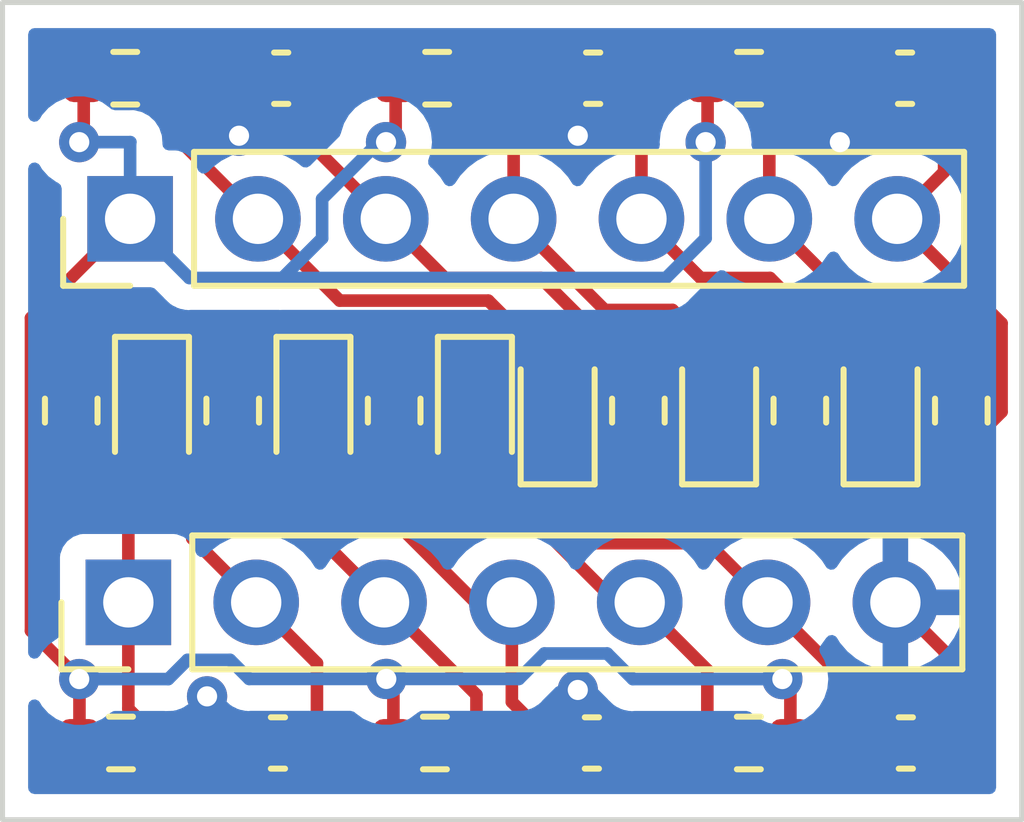
<source format=kicad_pcb>
(kicad_pcb (version 20211014) (generator pcbnew)
  (layers (0 "F.Cu" signal) (31 "B.Cu" signal) (34 "B.Paste" user) (35 "F.Paste" user) (36 "B.SilkS" user "B.Silkscreen") (37 "F.SilkS" user "F.Silkscreen") (38 "B.Mask" user) (39 "F.Mask" user) (44 "Edge.Cuts" user))
  (net 0 "")
  (net 1 "GND")
  (net 2 "VCC")
  (net 3 "/Q1")
  (net 4 "/Q2")
  (net 5 "/Q3")
  (net 6 "/Q4")
  (net 7 "/Q5")
  (net 8 "/Q6")
  (net 9 "/I1")
  (net 10 "/I2")
  (net 11 "/I3")
  (net 12 "/I4")
  (net 13 "/I5")
  (net 14 "/I6")
  (footprint "Diode_SMD:D_0603_1608Metric" (layer "F.Cu") (at 134.28595 107.93 90)
    (fp_text reference "D6" hide)
    (fp_text value "1n4148" hide)
    (fp_line (start -1.485 0.735) (end 0.8 0.735) (layer "F.SilkS") (width 0.12))
    (fp_line (start -1.485 -0.735) (end -1.485 0.735) (layer "F.SilkS") (width 0.12))
    (fp_line (start 0.8 -0.735) (end -1.485 -0.735) (layer "F.SilkS") (width 0.12))
    (pad "1" smd roundrect (at -0.7875 0 90) (size 0.875 0.95) (layers "F.Cu" "F.Paste" "F.Mask") (net 8 "/Q6"))
    (pad "2" smd roundrect (at 0.7875 0 90) (size 0.875 0.95) (layers "F.Cu" "F.Paste" "F.Mask") (net 14 "/I6"))
  )
  (footprint "Resistor_SMD:R_0603_1608Metric" (layer "F.Cu") (at 119.193648 114.554)
    (fp_text reference "R1" hide)
    (fp_text value "82K" hide)
    (fp_line (start -0.237258 -0.5225) (end 0.237258 -0.5225) (layer "F.SilkS") (width 0.12))
    (fp_line (start -0.237258 0.5225) (end 0.237258 0.5225) (layer "F.SilkS") (width 0.12))
    (pad "1" smd roundrect (at -0.825 0) (size 0.8 0.95) (layers "F.Cu" "F.Paste" "F.Mask") (net 2 "VCC"))
    (pad "2" smd roundrect (at 0.825 0) (size 0.8 0.95) (layers "F.Cu" "F.Paste" "F.Mask") (net 9 "/I1"))
  )
  (footprint "Diode_SMD:D_0603_1608Metric" (layer "F.Cu") (at 131.07786 107.93 90)
    (fp_text reference "D5" hide)
    (fp_text value "1n4148" hide)
    (fp_line (start -1.485 0.735) (end 0.8 0.735) (layer "F.SilkS") (width 0.12))
    (fp_line (start 0.8 -0.735) (end -1.485 -0.735) (layer "F.SilkS") (width 0.12))
    (fp_line (start -1.485 -0.735) (end -1.485 0.735) (layer "F.SilkS") (width 0.12))
    (pad "1" smd roundrect (at -0.7875 0 90) (size 0.875 0.95) (layers "F.Cu" "F.Paste" "F.Mask") (net 7 "/Q5"))
    (pad "2" smd roundrect (at 0.7875 0 90) (size 0.875 0.95) (layers "F.Cu" "F.Paste" "F.Mask") (net 13 "/I5"))
  )
  (footprint "Resistor_SMD:R_0603_1608Metric" (layer "F.Cu") (at 129.473815 107.95 90)
    (fp_text reference "R8" hide)
    (fp_text value "18K" hide)
    (fp_line (start -0.237258 -0.5225) (end 0.237258 -0.5225) (layer "F.SilkS") (width 0.12))
    (fp_line (start -0.237258 0.5225) (end 0.237258 0.5225) (layer "F.SilkS") (width 0.12))
    (pad "1" smd roundrect (at -0.825 0 90) (size 0.8 0.95) (layers "F.Cu" "F.Paste" "F.Mask") (net 6 "/Q4"))
    (pad "2" smd roundrect (at 0.825 0 90) (size 0.8 0.95) (layers "F.Cu" "F.Paste" "F.Mask") (net 12 "/I4"))
  )
  (footprint "Diode_SMD:D_0603_1608Metric" (layer "F.Cu") (at 127.86977 107.93 90)
    (fp_text reference "D4" hide)
    (fp_text value "1n4148" hide)
    (fp_line (start 0.8 -0.735) (end -1.485 -0.735) (layer "F.SilkS") (width 0.12))
    (fp_line (start -1.485 0.735) (end 0.8 0.735) (layer "F.SilkS") (width 0.12))
    (fp_line (start -1.485 -0.735) (end -1.485 0.735) (layer "F.SilkS") (width 0.12))
    (pad "1" smd roundrect (at -0.7875 0 90) (size 0.875 0.95) (layers "F.Cu" "F.Paste" "F.Mask") (net 6 "/Q4"))
    (pad "2" smd roundrect (at 0.7875 0 90) (size 0.875 0.95) (layers "F.Cu" "F.Paste" "F.Mask") (net 12 "/I4"))
  )
  (footprint "Diode_SMD:D_0603_1608Metric" (layer "F.Cu") (at 126.225725 107.97 -90)
    (fp_text reference "D3" hide)
    (fp_text value "1n4148" hide)
    (fp_line (start -1.485 -0.735) (end -1.485 0.735) (layer "F.SilkS") (width 0.12))
    (fp_line (start 0.8 -0.735) (end -1.485 -0.735) (layer "F.SilkS") (width 0.12))
    (fp_line (start -1.485 0.735) (end 0.8 0.735) (layer "F.SilkS") (width 0.12))
    (pad "1" smd roundrect (at -0.7875 0 270) (size 0.875 0.95) (layers "F.Cu" "F.Paste" "F.Mask") (net 5 "/Q3"))
    (pad "2" smd roundrect (at 0.7875 0 270) (size 0.875 0.95) (layers "F.Cu" "F.Paste" "F.Mask") (net 11 "/I3"))
  )
  (footprint "Resistor_SMD:R_0603_1608Metric" (layer "F.Cu") (at 135.89 107.95 90)
    (fp_text reference "R12" hide)
    (fp_text value "18K" hide)
    (fp_line (start -0.237258 -0.5225) (end 0.237258 -0.5225) (layer "F.SilkS") (width 0.12))
    (fp_line (start -0.237258 0.5225) (end 0.237258 0.5225) (layer "F.SilkS") (width 0.12))
    (pad "1" smd roundrect (at -0.825 0 90) (size 0.8 0.95) (layers "F.Cu" "F.Paste" "F.Mask") (net 8 "/Q6"))
    (pad "2" smd roundrect (at 0.825 0 90) (size 0.8 0.95) (layers "F.Cu" "F.Paste" "F.Mask") (net 14 "/I6"))
  )
  (footprint "Capacitor_SMD:C_0603_1608Metric" (layer "F.Cu") (at 134.787568 114.554)
    (fp_text reference "C3" hide)
    (fp_text value "1uF" hide)
    (fp_line (start -0.14058 0.51) (end 0.14058 0.51) (layer "F.SilkS") (width 0.12))
    (fp_line (start -0.14058 -0.51) (end 0.14058 -0.51) (layer "F.SilkS") (width 0.12))
    (pad "1" smd roundrect (at -0.775 0) (size 0.9 0.95) (layers "F.Cu" "F.Paste" "F.Mask") (net 5 "/Q3"))
    (pad "2" smd roundrect (at 0.775 0) (size 0.9 0.95) (layers "F.Cu" "F.Paste" "F.Mask") (net 1 "GND"))
  )
  (footprint "Resistor_SMD:R_0603_1608Metric" (layer "F.Cu") (at 131.668784 114.554 180)
    (fp_text reference "R5" hide)
    (fp_text value "82K" hide)
    (fp_line (start -0.237258 -0.5225) (end 0.237258 -0.5225) (layer "F.SilkS") (width 0.12))
    (fp_line (start -0.237258 0.5225) (end 0.237258 0.5225) (layer "F.SilkS") (width 0.12))
    (pad "1" smd roundrect (at -0.825 0 180) (size 0.8 0.95) (layers "F.Cu" "F.Paste" "F.Mask") (net 2 "VCC"))
    (pad "2" smd roundrect (at 0.825 0 180) (size 0.8 0.95) (layers "F.Cu" "F.Paste" "F.Mask") (net 11 "/I3"))
  )
  (footprint "Resistor_SMD:R_0603_1608Metric" (layer "F.Cu") (at 124.62168 107.95 -90)
    (fp_text reference "R6" hide)
    (fp_text value "18K" hide)
    (fp_line (start -0.237258 -0.5225) (end 0.237258 -0.5225) (layer "F.SilkS") (width 0.12))
    (fp_line (start -0.237258 0.5225) (end 0.237258 0.5225) (layer "F.SilkS") (width 0.12))
    (pad "1" smd roundrect (at -0.825 0 270) (size 0.8 0.95) (layers "F.Cu" "F.Paste" "F.Mask") (net 5 "/Q3"))
    (pad "2" smd roundrect (at 0.825 0 270) (size 0.8 0.95) (layers "F.Cu" "F.Paste" "F.Mask") (net 11 "/I3"))
  )
  (footprint "Capacitor_SMD:C_0603_1608Metric" (layer "F.Cu") (at 122.3772 101.346 180)
    (fp_text reference "C4" hide)
    (fp_text value "1uF" hide)
    (fp_line (start -0.14058 -0.51) (end 0.14058 -0.51) (layer "F.SilkS") (width 0.12))
    (fp_line (start -0.14058 0.51) (end 0.14058 0.51) (layer "F.SilkS") (width 0.12))
    (pad "1" smd roundrect (at -0.775 0 180) (size 0.9 0.95) (layers "F.Cu" "F.Paste" "F.Mask") (net 6 "/Q4"))
    (pad "2" smd roundrect (at 0.775 0 180) (size 0.9 0.95) (layers "F.Cu" "F.Paste" "F.Mask") (net 1 "GND"))
  )
  (footprint "Capacitor_SMD:C_0603_1608Metric" (layer "F.Cu") (at 122.312432 114.554 180)
    (fp_text reference "C1" hide)
    (fp_text value "1uF" hide)
    (fp_line (start -0.14058 -0.51) (end 0.14058 -0.51) (layer "F.SilkS") (width 0.12))
    (fp_line (start -0.14058 0.51) (end 0.14058 0.51) (layer "F.SilkS") (width 0.12))
    (pad "1" smd roundrect (at -0.775 0 180) (size 0.9 0.95) (layers "F.Cu" "F.Paste" "F.Mask") (net 3 "/Q1"))
    (pad "2" smd roundrect (at 0.775 0 180) (size 0.9 0.95) (layers "F.Cu" "F.Paste" "F.Mask") (net 1 "GND"))
  )
  (footprint "Connector_PinHeader_2.54mm:PinHeader_1x07_P2.54mm_Vertical" (layer "F.Cu") (at 119.34 111.76 90)
    (fp_text reference "J2" hide)
    (fp_text value "Conn_01x07_Male" hide)
    (fp_line (start -1.33 16.57) (end 1.33 16.57) (layer "F.SilkS") (width 0.12))
    (fp_line (start -1.33 1.27) (end 1.33 1.27) (layer "F.SilkS") (width 0.12))
    (fp_line (start 1.33 1.27) (end 1.33 16.57) (layer "F.SilkS") (width 0.12))
    (fp_line (start -1.33 1.27) (end -1.33 16.57) (layer "F.SilkS") (width 0.12))
    (fp_line (start -1.33 0) (end -1.33 -1.33) (layer "F.SilkS") (width 0.12))
    (fp_line (start -1.33 -1.33) (end 0 -1.33) (layer "F.SilkS") (width 0.12))
    (pad "1" thru_hole rect (at 0 0 90) (size 1.7 1.7) (drill 1) (layers *.Cu *.Mask) (net 9 "/I1"))
    (pad "2" thru_hole oval (at 0 2.54 90) (size 1.7 1.7) (drill 1) (layers *.Cu *.Mask) (net 3 "/Q1"))
    (pad "3" thru_hole oval (at 0 5.08 90) (size 1.7 1.7) (drill 1) (layers *.Cu *.Mask) (net 10 "/I2"))
    (pad "4" thru_hole oval (at 0 7.62 90) (size 1.7 1.7) (drill 1) (layers *.Cu *.Mask) (net 4 "/Q2"))
    (pad "5" thru_hole oval (at 0 10.16 90) (size 1.7 1.7) (drill 1) (layers *.Cu *.Mask) (net 11 "/I3"))
    (pad "6" thru_hole oval (at 0 12.7 90) (size 1.7 1.7) (drill 1) (layers *.Cu *.Mask) (net 5 "/Q3"))
    (pad "7" thru_hole oval (at 0 15.24 90) (size 1.7 1.7) (drill 1) (layers *.Cu *.Mask) (net 1 "GND"))
  )
  (footprint "Connector_PinHeader_2.54mm:PinHeader_1x07_P2.54mm_Vertical" (layer "F.Cu") (at 119.375 104.14 90)
    (fp_text reference "J1" hide)
    (fp_text value "Conn_01x07_Male" hide)
    (fp_line (start -1.33 0) (end -1.33 -1.33) (layer "F.SilkS") (width 0.12))
    (fp_line (start -1.33 -1.33) (end 0 -1.33) (layer "F.SilkS") (width 0.12))
    (fp_line (start -1.33 16.57) (end 1.33 16.57) (layer "F.SilkS") (width 0.12))
    (fp_line (start -1.33 1.27) (end 1.33 1.27) (layer "F.SilkS") (width 0.12))
    (fp_line (start 1.33 1.27) (end 1.33 16.57) (layer "F.SilkS") (width 0.12))
    (fp_line (start -1.33 1.27) (end -1.33 16.57) (layer "F.SilkS") (width 0.12))
    (pad "1" thru_hole rect (at 0 0 90) (size 1.7 1.7) (drill 1) (layers *.Cu *.Mask) (net 2 "VCC"))
    (pad "2" thru_hole oval (at 0 2.54 90) (size 1.7 1.7) (drill 1) (layers *.Cu *.Mask) (net 12 "/I4"))
    (pad "3" thru_hole oval (at 0 5.08 90) (size 1.7 1.7) (drill 1) (layers *.Cu *.Mask) (net 6 "/Q4"))
    (pad "4" thru_hole oval (at 0 7.62 90) (size 1.7 1.7) (drill 1) (layers *.Cu *.Mask) (net 13 "/I5"))
    (pad "5" thru_hole oval (at 0 10.16 90) (size 1.7 1.7) (drill 1) (layers *.Cu *.Mask) (net 7 "/Q5"))
    (pad "6" thru_hole oval (at 0 12.7 90) (size 1.7 1.7) (drill 1) (layers *.Cu *.Mask) (net 14 "/I6"))
    (pad "7" thru_hole oval (at 0 15.24 90) (size 1.7 1.7) (drill 1) (layers *.Cu *.Mask) (net 8 "/Q6"))
  )
  (footprint "Resistor_SMD:R_0603_1608Metric" (layer "F.Cu") (at 132.681905 107.95 90)
    (fp_text reference "R10" hide)
    (fp_text value "18K" hide)
    (fp_line (start -0.237258 0.5225) (end 0.237258 0.5225) (layer "F.SilkS") (width 0.12))
    (fp_line (start -0.237258 -0.5225) (end 0.237258 -0.5225) (layer "F.SilkS") (width 0.12))
    (pad "1" smd roundrect (at -0.825 0 90) (size 0.8 0.95) (layers "F.Cu" "F.Paste" "F.Mask") (net 7 "/Q5"))
    (pad "2" smd roundrect (at 0.825 0 90) (size 0.8 0.95) (layers "F.Cu" "F.Paste" "F.Mask") (net 13 "/I5"))
  )
  (footprint "Capacitor_SMD:C_0603_1608Metric" (layer "F.Cu") (at 128.55 114.554)
    (fp_text reference "C2" hide)
    (fp_text value "1uF" hide)
    (fp_line (start -0.14058 0.51) (end 0.14058 0.51) (layer "F.SilkS") (width 0.12))
    (fp_line (start -0.14058 -0.51) (end 0.14058 -0.51) (layer "F.SilkS") (width 0.12))
    (pad "1" smd roundrect (at -0.775 0) (size 0.9 0.95) (layers "F.Cu" "F.Paste" "F.Mask") (net 4 "/Q2"))
    (pad "2" smd roundrect (at 0.775 0) (size 0.9 0.95) (layers "F.Cu" "F.Paste" "F.Mask") (net 1 "GND"))
  )
  (footprint "Resistor_SMD:R_0603_1608Metric" (layer "F.Cu") (at 131.6736 101.346)
    (fp_text reference "R11" hide)
    (fp_text value "82K" hide)
    (fp_line (start -0.237258 -0.5225) (end 0.237258 -0.5225) (layer "F.SilkS") (width 0.12))
    (fp_line (start -0.237258 0.5225) (end 0.237258 0.5225) (layer "F.SilkS") (width 0.12))
    (pad "1" smd roundrect (at -0.825 0) (size 0.8 0.95) (layers "F.Cu" "F.Paste" "F.Mask") (net 2 "VCC"))
    (pad "2" smd roundrect (at 0.825 0) (size 0.8 0.95) (layers "F.Cu" "F.Paste" "F.Mask") (net 14 "/I6"))
  )
  (footprint "Diode_SMD:D_0603_1608Metric" (layer "F.Cu") (at 123.017635 107.97 -90)
    (fp_text reference "D2" hide)
    (fp_text value "1n4148" hide)
    (fp_line (start 0.8 -0.735) (end -1.485 -0.735) (layer "F.SilkS") (width 0.12))
    (fp_line (start -1.485 0.735) (end 0.8 0.735) (layer "F.SilkS") (width 0.12))
    (fp_line (start -1.485 -0.735) (end -1.485 0.735) (layer "F.SilkS") (width 0.12))
    (pad "1" smd roundrect (at -0.7875 0 270) (size 0.875 0.95) (layers "F.Cu" "F.Paste" "F.Mask") (net 4 "/Q2"))
    (pad "2" smd roundrect (at 0.7875 0 270) (size 0.875 0.95) (layers "F.Cu" "F.Paste" "F.Mask") (net 10 "/I2"))
  )
  (footprint "Capacitor_SMD:C_0603_1608Metric" (layer "F.Cu") (at 134.7724 101.346 180)
    (fp_text reference "C6" hide)
    (fp_text value "1uF" hide)
    (fp_line (start -0.14058 0.51) (end 0.14058 0.51) (layer "F.SilkS") (width 0.12))
    (fp_line (start -0.14058 -0.51) (end 0.14058 -0.51) (layer "F.SilkS") (width 0.12))
    (pad "1" smd roundrect (at -0.775 0 180) (size 0.9 0.95) (layers "F.Cu" "F.Paste" "F.Mask") (net 8 "/Q6"))
    (pad "2" smd roundrect (at 0.775 0 180) (size 0.9 0.95) (layers "F.Cu" "F.Paste" "F.Mask") (net 1 "GND"))
  )
  (footprint "Resistor_SMD:R_0603_1608Metric" (layer "F.Cu") (at 121.41359 107.95 -90)
    (fp_text reference "R4" hide)
    (fp_text value "18K" hide)
    (fp_line (start -0.237258 -0.5225) (end 0.237258 -0.5225) (layer "F.SilkS") (width 0.12))
    (fp_line (start -0.237258 0.5225) (end 0.237258 0.5225) (layer "F.SilkS") (width 0.12))
    (pad "1" smd roundrect (at -0.825 0 270) (size 0.8 0.95) (layers "F.Cu" "F.Paste" "F.Mask") (net 4 "/Q2"))
    (pad "2" smd roundrect (at 0.825 0 270) (size 0.8 0.95) (layers "F.Cu" "F.Paste" "F.Mask") (net 10 "/I2"))
  )
  (footprint "Resistor_SMD:R_0603_1608Metric" (layer "F.Cu") (at 125.476 101.346)
    (fp_text reference "R9" hide)
    (fp_text value "82K" hide)
    (fp_line (start -0.237258 -0.5225) (end 0.237258 -0.5225) (layer "F.SilkS") (width 0.12))
    (fp_line (start -0.237258 0.5225) (end 0.237258 0.5225) (layer "F.SilkS") (width 0.12))
    (pad "1" smd roundrect (at -0.825 0) (size 0.8 0.95) (layers "F.Cu" "F.Paste" "F.Mask") (net 2 "VCC"))
    (pad "2" smd roundrect (at 0.825 0) (size 0.8 0.95) (layers "F.Cu" "F.Paste" "F.Mask") (net 13 "/I5"))
  )
  (footprint "Resistor_SMD:R_0603_1608Metric" (layer "F.Cu") (at 125.431216 114.554)
    (fp_text reference "R3" hide)
    (fp_text value "82K" hide)
    (fp_line (start -0.237258 -0.5225) (end 0.237258 -0.5225) (layer "F.SilkS") (width 0.12))
    (fp_line (start -0.237258 0.5225) (end 0.237258 0.5225) (layer "F.SilkS") (width 0.12))
    (pad "1" smd roundrect (at -0.825 0) (size 0.8 0.95) (layers "F.Cu" "F.Paste" "F.Mask") (net 2 "VCC"))
    (pad "2" smd roundrect (at 0.825 0) (size 0.8 0.95) (layers "F.Cu" "F.Paste" "F.Mask") (net 10 "/I2"))
  )
  (footprint "Resistor_SMD:R_0603_1608Metric" (layer "F.Cu") (at 118.2055 107.95 -90)
    (fp_text reference "R2" hide)
    (fp_text value "18K" hide)
    (fp_line (start -0.237258 -0.5225) (end 0.237258 -0.5225) (layer "F.SilkS") (width 0.12))
    (fp_line (start -0.237258 0.5225) (end 0.237258 0.5225) (layer "F.SilkS") (width 0.12))
    (pad "1" smd roundrect (at -0.825 0 270) (size 0.8 0.95) (layers "F.Cu" "F.Paste" "F.Mask") (net 3 "/Q1"))
    (pad "2" smd roundrect (at 0.825 0 270) (size 0.8 0.95) (layers "F.Cu" "F.Paste" "F.Mask") (net 9 "/I1"))
  )
  (footprint "Capacitor_SMD:C_0603_1608Metric" (layer "F.Cu") (at 128.5748 101.346 180)
    (fp_text reference "C5" hide)
    (fp_text value "1uF" hide)
    (fp_line (start -0.14058 -0.51) (end 0.14058 -0.51) (layer "F.SilkS") (width 0.12))
    (fp_line (start -0.14058 0.51) (end 0.14058 0.51) (layer "F.SilkS") (width 0.12))
    (pad "1" smd roundrect (at -0.775 0 180) (size 0.9 0.95) (layers "F.Cu" "F.Paste" "F.Mask") (net 7 "/Q5"))
    (pad "2" smd roundrect (at 0.775 0 180) (size 0.9 0.95) (layers "F.Cu" "F.Paste" "F.Mask") (net 1 "GND"))
  )
  (footprint "Diode_SMD:D_0603_1608Metric" (layer "F.Cu") (at 119.809545 107.97 -90)
    (fp_text reference "D1" hide)
    (fp_text value "1n4148" hide)
    (fp_line (start -1.485 0.735) (end 0.8 0.735) (layer "F.SilkS") (width 0.12))
    (fp_line (start 0.8 -0.735) (end -1.485 -0.735) (layer "F.SilkS") (width 0.12))
    (fp_line (start -1.485 -0.735) (end -1.485 0.735) (layer "F.SilkS") (width 0.12))
    (pad "1" smd roundrect (at -0.7875 0 270) (size 0.875 0.95) (layers "F.Cu" "F.Paste" "F.Mask") (net 3 "/Q1"))
    (pad "2" smd roundrect (at 0.7875 0 270) (size 0.875 0.95) (layers "F.Cu" "F.Paste" "F.Mask") (net 9 "/I1"))
  )
  (footprint "Resistor_SMD:R_0603_1608Metric" (layer "F.Cu") (at 119.2784 101.346)
    (fp_text reference "R7" hide)
    (fp_text value "82K" hide)
    (fp_line (start -0.237258 -0.5225) (end 0.237258 -0.5225) (layer "F.SilkS") (width 0.12))
    (fp_line (start -0.237258 0.5225) (end 0.237258 0.5225) (layer "F.SilkS") (width 0.12))
    (pad "1" smd roundrect (at -0.825 0) (size 0.8 0.95) (layers "F.Cu" "F.Paste" "F.Mask") (net 2 "VCC"))
    (pad "2" smd roundrect (at 0.825 0) (size 0.8 0.95) (layers "F.Cu" "F.Paste" "F.Mask") (net 12 "/I4"))
  )
  (gr_rect (start 116.84 99.842) (end 137.09 116.078) (layer "Edge.Cuts") (width 0.1) (fill none))
  (segment (start 135.562568 114.554) (end 135.562568 112.742568) (width 0.25) (layer "F.Cu") (net 1))
  (segment (start 128.2715 113.5005) (end 128.27 113.5005) (width 0.25) (layer "F.Cu") (net 1))
  (segment (start 121.6022 101.346) (end 121.6022 102.4258) (width 0.25) (layer "F.Cu") (net 1))
  (segment (start 135.562568 112.742568) (end 134.58 111.76) (width 0.25) (layer "F.Cu") (net 1))
  (segment (start 133.9974 102.0956) (end 133.477 102.616) (width 0.25) (layer "F.Cu") (net 1))
  (segment (start 121.6022 102.4258) (end 121.539 102.489) (width 0.25) (layer "F.Cu") (net 1))
  (segment (start 129.325 114.554) (end 128.2715 113.5005) (width 0.25) (layer "F.Cu") (net 1))
  (segment (start 121.537432 114.260932) (end 120.904 113.6275) (width 0.25) (layer "F.Cu") (net 1))
  (segment (start 127.7998 102.0188) (end 128.27 102.489) (width 0.25) (layer "F.Cu") (net 1))
  (segment (start 121.537432 114.554) (end 121.537432 114.260932) (width 0.25) (layer "F.Cu") (net 1))
  (segment (start 121.537432 114.554) (end 121.537432 114.171432) (width 0.25) (layer "F.Cu") (net 1))
  (segment (start 127.7998 101.346) (end 127.7998 102.0188) (width 0.25) (layer "F.Cu") (net 1))
  (segment (start 133.9974 101.346) (end 133.9974 102.0956) (width 0.25) (layer "F.Cu") (net 1))
  (via (at 128.27 113.5005) (size 0.8) (drill 0.4) (layers "F.Cu" "B.Cu") (net 1))
  (via (at 128.27 102.489) (size 0.8) (drill 0.4) (layers "F.Cu" "B.Cu") (net 1))
  (via (at 120.904 113.6275) (size 0.8) (drill 0.4) (layers "F.Cu" "B.Cu") (net 1))
  (via (at 121.539 102.489) (size 0.8) (drill 0.4) (layers "F.Cu" "B.Cu") (net 1))
  (via (at 133.477 102.616) (size 0.8) (drill 0.4) (layers "F.Cu" "B.Cu") (net 1))
  (segment (start 117.4055 106.1095) (end 119.375 104.14) (width 0.25) (layer "F.Cu") (net 2))
  (segment (start 118.368648 113.288648) (end 118.364 113.284) (width 0.25) (layer "F.Cu") (net 2))
  (segment (start 118.4534 102.5266) (end 118.364 102.616) (width 0.25) (layer "F.Cu") (net 2))
  (segment (start 118.4534 101.346) (end 118.4534 102.5266) (width 0.25) (layer "F.Cu") (net 2))
  (segment (start 130.8486 102.5774) (end 130.81 102.616) (width 0.25) (layer "F.Cu") (net 2))
  (segment (start 124.651 102.425) (end 124.46 102.616) (width 0.25) (layer "F.Cu") (net 2))
  (segment (start 117.4055 112.3255) (end 117.4055 106.1095) (width 0.25) (layer "F.Cu") (net 2))
  (segment (start 118.364 113.284) (end 117.4055 112.3255) (width 0.25) (layer "F.Cu") (net 2))
  (segment (start 124.606216 114.554) (end 124.606216 113.422716) (width 0.25) (layer "F.Cu") (net 2))
  (segment (start 132.493784 114.554) (end 132.493784 113.443784) (width 0.25) (layer "F.Cu") (net 2))
  (segment (start 124.606216 113.422716) (end 124.465 113.2815) (width 0.25) (layer "F.Cu") (net 2))
  (segment (start 130.8486 101.346) (end 130.8486 102.5774) (width 0.25) (layer "F.Cu") (net 2))
  (segment (start 118.368648 114.554) (end 118.368648 113.288648) (width 0.25) (layer "F.Cu") (net 2))
  (segment (start 124.651 101.346) (end 124.651 102.425) (width 0.25) (layer "F.Cu") (net 2))
  (segment (start 132.493784 113.443784) (end 132.334 113.284) (width 0.25) (layer "F.Cu") (net 2))
  (via (at 130.81 102.616) (size 0.8) (drill 0.4) (layers "F.Cu" "B.Cu") (net 2))
  (via (at 132.334 113.284) (size 0.8) (drill 0.4) (layers "F.Cu" "B.Cu") (net 2))
  (via (at 118.364 113.284) (size 0.8) (drill 0.4) (layers "F.Cu" "B.Cu") (net 2))
  (via (at 118.364 102.616) (size 0.8) (drill 0.4) (layers "F.Cu" "B.Cu") (net 2))
  (via (at 124.46 102.616) (size 0.8) (drill 0.4) (layers "F.Cu" "B.Cu") (net 2))
  (via (at 124.465 113.2815) (size 0.8) (drill 0.4) (layers "F.Cu" "B.Cu") (net 2))
  (segment (start 124.465 113.2815) (end 121.739799 113.2815) (width 0.25) (layer "B.Cu") (net 2))
  (segment (start 120.134 113.284) (end 118.364 113.284) (width 0.25) (layer "B.Cu") (net 2))
  (segment (start 127.605701 112.776) (end 127.100201 113.2815) (width 0.25) (layer "B.Cu") (net 2))
  (segment (start 121.361299 112.903) (end 120.515 112.903) (width 0.25) (layer "B.Cu") (net 2))
  (segment (start 132.334 113.284) (end 129.362299 113.284) (width 0.25) (layer "B.Cu") (net 2))
  (segment (start 118.364 102.616) (end 119.38 102.616) (width 0.25) (layer "B.Cu") (net 2))
  (segment (start 120.515 112.903) (end 120.134 113.284) (width 0.25) (layer "B.Cu") (net 2))
  (segment (start 121.739799 113.2815) (end 121.361299 112.903) (width 0.25) (layer "B.Cu") (net 2))
  (segment (start 123.19 104.526701) (end 122.401701 105.315) (width 0.25) (layer "B.Cu") (net 2))
  (segment (start 123.19 103.743299) (end 123.19 104.526701) (width 0.25) (layer "B.Cu") (net 2))
  (segment (start 124.317299 102.616) (end 123.19 103.743299) (width 0.25) (layer "B.Cu") (net 2))
  (segment (start 127.100201 113.2815) (end 124.465 113.2815) (width 0.25) (layer "B.Cu") (net 2))
  (segment (start 119.375 102.621) (end 119.38 102.616) (width 0.25) (layer "B.Cu") (net 2))
  (segment (start 119.375 104.14) (end 119.375 102.621) (width 0.25) (layer "B.Cu") (net 2))
  (segment (start 128.854299 112.776) (end 127.605701 112.776) (width 0.25) (layer "B.Cu") (net 2))
  (segment (start 130.021701 105.315) (end 122.401701 105.315) (width 0.25) (layer "B.Cu") (net 2))
  (segment (start 124.46 102.616) (end 124.317299 102.616) (width 0.25) (layer "B.Cu") (net 2))
  (segment (start 122.401701 105.315) (end 120.55 105.315) (width 0.25) (layer "B.Cu") (net 2))
  (segment (start 120.55 105.315) (end 119.375 104.14) (width 0.25) (layer "B.Cu") (net 2))
  (segment (start 130.81 102.616) (end 130.81 104.526701) (width 0.25) (layer "B.Cu") (net 2))
  (segment (start 129.362299 113.284) (end 128.854299 112.776) (width 0.25) (layer "B.Cu") (net 2))
  (segment (start 130.81 104.526701) (end 130.021701 105.315) (width 0.25) (layer "B.Cu") (net 2))
  (segment (start 119.809545 107.1825) (end 120.609545 107.9825) (width 0.25) (layer "F.Cu") (net 3))
  (segment (start 123.087432 114.554) (end 123.087432 112.967432) (width 0.25) (layer "F.Cu") (net 3))
  (segment (start 120.609545 110.489545) (end 121.88 111.76) (width 0.25) (layer "F.Cu") (net 3))
  (segment (start 123.087432 112.967432) (end 121.88 111.76) (width 0.25) (layer "F.Cu") (net 3))
  (segment (start 120.609545 107.9825) (end 120.609545 110.489545) (width 0.25) (layer "F.Cu") (net 3))
  (segment (start 119.809545 107.1825) (end 118.263 107.1825) (width 0.25) (layer "F.Cu") (net 3))
  (segment (start 118.263 107.1825) (end 118.2055 107.125) (width 0.25) (layer "F.Cu") (net 3))
  (segment (start 127.775 114.554) (end 126.96 113.739) (width 0.25) (layer "F.Cu") (net 4))
  (segment (start 121.47109 107.1825) (end 121.41359 107.125) (width 0.25) (layer "F.Cu") (net 4))
  (segment (start 123.817635 109.339635) (end 126.238 111.76) (width 0.25) (layer "F.Cu") (net 4))
  (segment (start 123.017635 107.1825) (end 121.47109 107.1825) (width 0.25) (layer "F.Cu") (net 4))
  (segment (start 126.238 111.76) (end 126.96 111.76) (width 0.25) (layer "F.Cu") (net 4))
  (segment (start 123.817635 107.9825) (end 123.817635 109.339635) (width 0.25) (layer "F.Cu") (net 4))
  (segment (start 123.017635 107.1825) (end 123.817635 107.9825) (width 0.25) (layer "F.Cu") (net 4))
  (segment (start 126.96 113.739) (end 126.96 111.76) (width 0.25) (layer "F.Cu") (net 4))
  (segment (start 128.493291 110.585) (end 130.865 110.585) (width 0.25) (layer "F.Cu") (net 5))
  (segment (start 124.67918 107.1825) (end 124.62168 107.125) (width 0.25) (layer "F.Cu") (net 5))
  (segment (start 130.865 110.585) (end 132.04 111.76) (width 0.25) (layer "F.Cu") (net 5))
  (segment (start 134.012568 114.554) (end 134.012568 113.732568) (width 0.25) (layer "F.Cu") (net 5))
  (segment (start 126.225725 107.1825) (end 127.06977 108.026545) (width 0.25) (layer "F.Cu") (net 5))
  (segment (start 127.06977 108.026545) (end 127.06977 109.161479) (width 0.25) (layer "F.Cu") (net 5))
  (segment (start 134.012568 113.732568) (end 132.04 111.76) (width 0.25) (layer "F.Cu") (net 5))
  (segment (start 126.225725 107.1825) (end 124.67918 107.1825) (width 0.25) (layer "F.Cu") (net 5))
  (segment (start 127.06977 109.161479) (end 128.493291 110.585) (width 0.25) (layer "F.Cu") (net 5))
  (segment (start 129.473815 108.775) (end 127.92727 108.775) (width 0.25) (layer "F.Cu") (net 6))
  (segment (start 128.61931 106.4) (end 127.53431 105.315) (width 0.25) (layer "F.Cu") (net 6))
  (segment (start 127.53431 105.315) (end 125.63 105.315) (width 0.25) (layer "F.Cu") (net 6))
  (segment (start 129.473815 108.775) (end 130.273815 107.975) (width 0.25) (layer "F.Cu") (net 6))
  (segment (start 130.273815 106.707538) (end 129.966277 106.4) (width 0.25) (layer "F.Cu") (net 6))
  (segment (start 127.92727 108.775) (end 127.86977 108.7175) (width 0.25) (layer "F.Cu") (net 6))
  (segment (start 129.966277 106.4) (end 128.61931 106.4) (width 0.25) (layer "F.Cu") (net 6))
  (segment (start 130.273815 107.975) (end 130.273815 106.707538) (width 0.25) (layer "F.Cu") (net 6))
  (segment (start 123.1522 102.8372) (end 124.455 104.14) (width 0.25) (layer "F.Cu") (net 6))
  (segment (start 125.63 105.315) (end 124.455 104.14) (width 0.25) (layer "F.Cu") (net 6))
  (segment (start 123.1522 101.346) (end 123.1522 102.8372) (width 0.25) (layer "F.Cu") (net 6))
  (segment (start 129.3498 101.346) (end 129.535 101.5312) (width 0.25) (layer "F.Cu") (net 7))
  (segment (start 133.481905 107.975) (end 133.481905 106.707538) (width 0.25) (layer "F.Cu") (net 7))
  (segment (start 132.681905 108.775) (end 131.13536 108.775) (width 0.25) (layer "F.Cu") (net 7))
  (segment (start 133.481905 106.707538) (end 132.089367 105.315) (width 0.25) (layer "F.Cu") (net 7))
  (segment (start 129.535 101.5312) (end 129.535 104.14) (width 0.25) (layer "F.Cu") (net 7))
  (segment (start 132.089367 105.315) (end 130.71 105.315) (width 0.25) (layer "F.Cu") (net 7))
  (segment (start 131.13536 108.775) (end 131.07786 108.7175) (width 0.25) (layer "F.Cu") (net 7))
  (segment (start 132.681905 108.775) (end 133.481905 107.975) (width 0.25) (layer "F.Cu") (net 7))
  (segment (start 130.71 105.315) (end 129.535 104.14) (width 0.25) (layer "F.Cu") (net 7))
  (segment (start 135.5474 101.346) (end 135.5474 103.2076) (width 0.25) (layer "F.Cu") (net 8))
  (segment (start 136.69 106.215) (end 134.615 104.14) (width 0.25) (layer "F.Cu") (net 8))
  (segment (start 134.34345 108.775) (end 134.28595 108.7175) (width 0.25) (layer "F.Cu") (net 8))
  (segment (start 135.5474 103.2076) (end 134.615 104.14) (width 0.25) (layer "F.Cu") (net 8))
  (segment (start 135.89 108.775) (end 136.69 107.975) (width 0.25) (layer "F.Cu") (net 8))
  (segment (start 136.69 107.975) (end 136.69 106.215) (width 0.25) (layer "F.Cu") (net 8))
  (segment (start 135.89 108.775) (end 134.34345 108.775) (width 0.25) (layer "F.Cu") (net 8))
  (segment (start 119.34 109.227045) (end 119.34 111.76) (width 0.25) (layer "F.Cu") (net 9))
  (segment (start 119.34 113.875352) (end 119.34 111.76) (width 0.25) (layer "F.Cu") (net 9))
  (segment (start 118.223 108.7575) (end 118.2055 108.775) (width 0.25) (layer "F.Cu") (net 9))
  (segment (start 120.018648 114.554) (end 119.34 113.875352) (width 0.25) (layer "F.Cu") (net 9))
  (segment (start 119.809545 108.7575) (end 118.223 108.7575) (width 0.25) (layer "F.Cu") (net 9))
  (segment (start 119.809545 108.7575) (end 119.34 109.227045) (width 0.25) (layer "F.Cu") (net 9))
  (segment (start 126.256216 114.554) (end 126.256216 113.596216) (width 0.25) (layer "F.Cu") (net 10))
  (segment (start 126.256216 113.596216) (end 124.42 111.76) (width 0.25) (layer "F.Cu") (net 10))
  (segment (start 123.017635 110.357635) (end 124.42 111.76) (width 0.25) (layer "F.Cu") (net 10))
  (segment (start 123.017635 108.7575) (end 121.43109 108.7575) (width 0.25) (layer "F.Cu") (net 10))
  (segment (start 123.017635 108.7575) (end 123.017635 110.357635) (width 0.25) (layer "F.Cu") (net 10))
  (segment (start 121.43109 108.7575) (end 121.41359 108.775) (width 0.25) (layer "F.Cu") (net 10))
  (segment (start 126.225725 108.953124) (end 129.032601 111.76) (width 0.25) (layer "F.Cu") (net 11))
  (segment (start 124.63918 108.7575) (end 124.62168 108.775) (width 0.25) (layer "F.Cu") (net 11))
  (segment (start 129.032601 111.76) (end 129.5 111.76) (width 0.25) (layer "F.Cu") (net 11))
  (segment (start 126.225725 108.7575) (end 126.225725 108.953124) (width 0.25) (layer "F.Cu") (net 11))
  (segment (start 126.225725 108.7575) (end 124.63918 108.7575) (width 0.25) (layer "F.Cu") (net 11))
  (segment (start 130.843784 113.103784) (end 129.5 111.76) (width 0.25) (layer "F.Cu") (net 11))
  (segment (start 130.843784 114.554) (end 130.843784 113.103784) (width 0.25) (layer "F.Cu") (net 11))
  (segment (start 126.491771 105.764501) (end 123.539501 105.764501) (width 0.25) (layer "F.Cu") (net 12))
  (segment (start 127.86977 107.1425) (end 126.491771 105.764501) (width 0.25) (layer "F.Cu") (net 12))
  (segment (start 129.473815 107.125) (end 127.88727 107.125) (width 0.25) (layer "F.Cu") (net 12))
  (segment (start 120.1034 101.346) (end 120.1034 102.3284) (width 0.25) (layer "F.Cu") (net 12))
  (segment (start 120.1034 102.3284) (end 121.915 104.14) (width 0.25) (layer "F.Cu") (net 12))
  (segment (start 123.539501 105.764501) (end 121.915 104.14) (width 0.25) (layer "F.Cu") (net 12))
  (segment (start 127.88727 107.125) (end 127.86977 107.1425) (width 0.25) (layer "F.Cu") (net 12))
  (segment (start 131.07786 107.1425) (end 131.07786 106.875893) (width 0.25) (layer "F.Cu") (net 13))
  (segment (start 132.681905 107.125) (end 131.09536 107.125) (width 0.25) (layer "F.Cu") (net 13))
  (segment (start 131.07786 106.875893) (end 130.152466 105.950499) (width 0.25) (layer "F.Cu") (net 13))
  (segment (start 130.152466 105.950499) (end 128.805499 105.950499) (width 0.25) (layer "F.Cu") (net 13))
  (segment (start 128.805499 105.950499) (end 126.995 104.14) (width 0.25) (layer "F.Cu") (net 13))
  (segment (start 126.995 104.14) (end 126.995 102.04) (width 0.25) (layer "F.Cu") (net 13))
  (segment (start 126.995 102.04) (end 126.301 101.346) (width 0.25) (layer "F.Cu") (net 13))
  (segment (start 131.09536 107.125) (end 131.07786 107.1425) (width 0.25) (layer "F.Cu") (net 13))
  (segment (start 132.075 101.7696) (end 132.075 104.14) (width 0.25) (layer "F.Cu") (net 14))
  (segment (start 134.30345 107.125) (end 134.28595 107.1425) (width 0.25) (layer "F.Cu") (net 14))
  (segment (start 134.28595 106.35095) (end 132.075 104.14) (width 0.25) (layer "F.Cu") (net 14))
  (segment (start 134.28595 107.1425) (end 134.28595 106.35095) (width 0.25) (layer "F.Cu") (net 14))
  (segment (start 135.89 107.125) (end 134.30345 107.125) (width 0.25) (layer "F.Cu") (net 14))
  (segment (start 132.4986 101.346) (end 132.075 101.7696) (width 0.25) (layer "F.Cu") (net 14))
  (zone (net 1) (net_name "GND") (layer "B.Cu") (connect_pads (clearance 0.508)) (min_thickness 0.254) (fill yes (thermal_gap 0.508) (thermal_bridge_width 0.508))
    (polygon (pts (xy 137.16 116.078) (xy 116.84 116.078) (xy 116.84 99.822) (xy 137.16 99.822)))
  )
)
</source>
